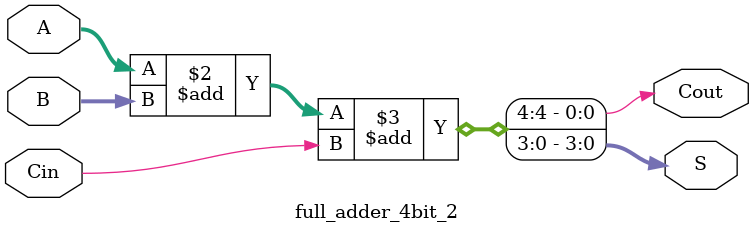
<source format=v>
module full_adder_4bit_2(A, B, Cin, S, Cout);
input [3:0] A, B;
input Cin;
output reg [3:0] S;
output reg Cout;

always @(*)
	begin
		{Cout, S} <= A + B + Cin;
	end
endmodule	
</source>
